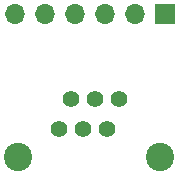
<source format=gbs>
%TF.GenerationSoftware,KiCad,Pcbnew,4.0.7*%
%TF.CreationDate,2017-11-19T12:57:03+08:00*%
%TF.ProjectId,rj12,726A31322E6B696361645F7063620000,rev?*%
%TF.FileFunction,Soldermask,Bot*%
%FSLAX46Y46*%
G04 Gerber Fmt 4.6, Leading zero omitted, Abs format (unit mm)*
G04 Created by KiCad (PCBNEW 4.0.7) date 11/19/17 12:57:03*
%MOMM*%
%LPD*%
G01*
G04 APERTURE LIST*
%ADD10C,0.100000*%
%ADD11C,2.400000*%
%ADD12C,1.400000*%
%ADD13R,1.700000X1.700000*%
%ADD14O,1.700000X1.700000*%
G04 APERTURE END LIST*
D10*
D11*
X1950000Y-15110000D03*
X13950000Y-15110000D03*
D12*
X5410000Y-12810000D03*
X6425000Y-10270000D03*
X7440000Y-12810000D03*
X8455000Y-10270000D03*
X9470000Y-12810000D03*
X10484995Y-10270000D03*
D13*
X14350000Y-3000000D03*
D14*
X11810000Y-3000000D03*
X9270000Y-3000000D03*
X6730000Y-3000000D03*
X4190000Y-3000000D03*
X1650000Y-3000000D03*
M02*

</source>
